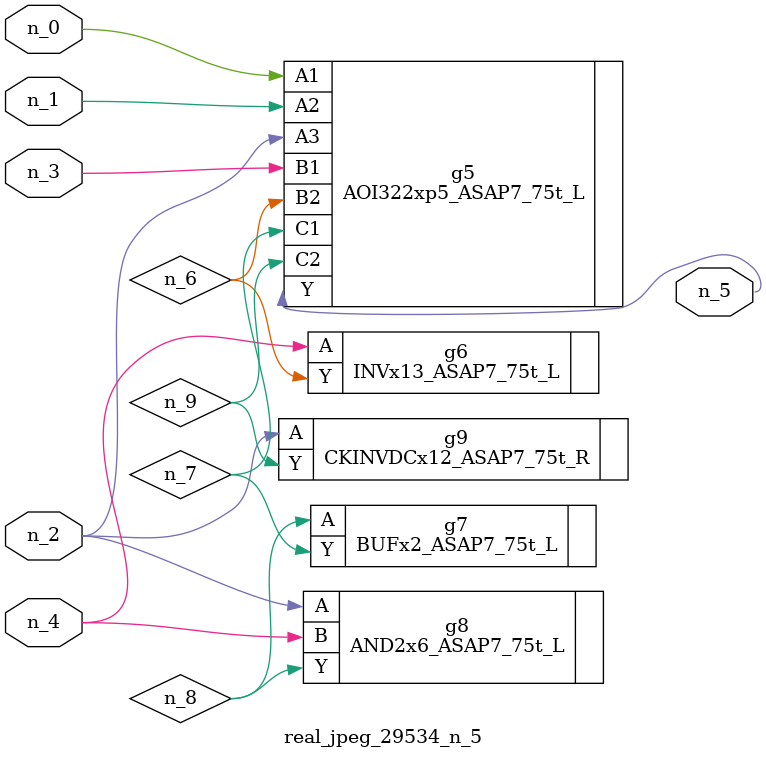
<source format=v>
module real_jpeg_29534_n_5 (n_4, n_0, n_1, n_2, n_3, n_5);

input n_4;
input n_0;
input n_1;
input n_2;
input n_3;

output n_5;

wire n_8;
wire n_6;
wire n_7;
wire n_9;

AOI322xp5_ASAP7_75t_L g5 ( 
.A1(n_0),
.A2(n_1),
.A3(n_2),
.B1(n_3),
.B2(n_6),
.C1(n_7),
.C2(n_9),
.Y(n_5)
);

AND2x6_ASAP7_75t_L g8 ( 
.A(n_2),
.B(n_4),
.Y(n_8)
);

CKINVDCx12_ASAP7_75t_R g9 ( 
.A(n_2),
.Y(n_9)
);

INVx13_ASAP7_75t_L g6 ( 
.A(n_4),
.Y(n_6)
);

BUFx2_ASAP7_75t_L g7 ( 
.A(n_8),
.Y(n_7)
);


endmodule
</source>
